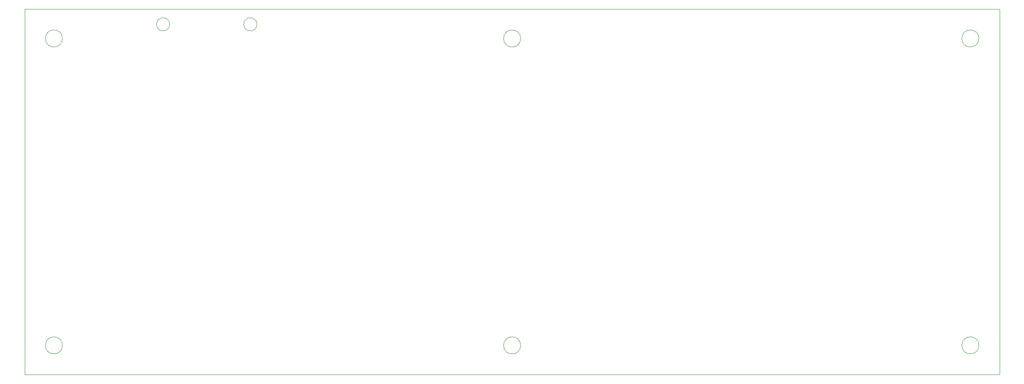
<source format=gm1>
G04 #@! TF.GenerationSoftware,KiCad,Pcbnew,7.0.10*
G04 #@! TF.CreationDate,2024-02-18T18:56:30+02:00*
G04 #@! TF.ProjectId,Untitled,556e7469-746c-4656-942e-6b696361645f,rev?*
G04 #@! TF.SameCoordinates,Original*
G04 #@! TF.FileFunction,Profile,NP*
%FSLAX46Y46*%
G04 Gerber Fmt 4.6, Leading zero omitted, Abs format (unit mm)*
G04 Created by KiCad (PCBNEW 7.0.10) date 2024-02-18 18:56:30*
%MOMM*%
%LPD*%
G01*
G04 APERTURE LIST*
G04 #@! TA.AperFunction,Profile*
%ADD10C,0.100000*%
G04 #@! TD*
G04 APERTURE END LIST*
D10*
X151750000Y-119000000D02*
G75*
G03*
X148250000Y-119000000I-1750000J0D01*
G01*
X148250000Y-119000000D02*
G75*
G03*
X151750000Y-119000000I1750000J0D01*
G01*
X151750000Y-56000000D02*
G75*
G03*
X148250000Y-56000000I-1750000J0D01*
G01*
X148250000Y-56000000D02*
G75*
G03*
X151750000Y-56000000I1750000J0D01*
G01*
X97650000Y-53100000D02*
G75*
G03*
X94950000Y-53100000I-1350000J0D01*
G01*
X94950000Y-53100000D02*
G75*
G03*
X97650000Y-53100000I1350000J0D01*
G01*
X79750000Y-53100000D02*
G75*
G03*
X77050000Y-53100000I-1350000J0D01*
G01*
X77050000Y-53100000D02*
G75*
G03*
X79750000Y-53100000I1350000J0D01*
G01*
X57750000Y-56000000D02*
G75*
G03*
X54250000Y-56000000I-1750000J0D01*
G01*
X54250000Y-56000000D02*
G75*
G03*
X57750000Y-56000000I1750000J0D01*
G01*
X57750000Y-119000000D02*
G75*
G03*
X54250000Y-119000000I-1750000J0D01*
G01*
X54250000Y-119000000D02*
G75*
G03*
X57750000Y-119000000I1750000J0D01*
G01*
X245750000Y-119000000D02*
G75*
G03*
X242250000Y-119000000I-1750000J0D01*
G01*
X242250000Y-119000000D02*
G75*
G03*
X245750000Y-119000000I1750000J0D01*
G01*
X245750000Y-56000000D02*
G75*
G03*
X242250000Y-56000000I-1750000J0D01*
G01*
X242250000Y-56000000D02*
G75*
G03*
X245750000Y-56000000I1750000J0D01*
G01*
X50000000Y-50000000D02*
X250000000Y-50000000D01*
X250000000Y-125000000D01*
X50000000Y-125000000D01*
X50000000Y-50000000D01*
M02*

</source>
